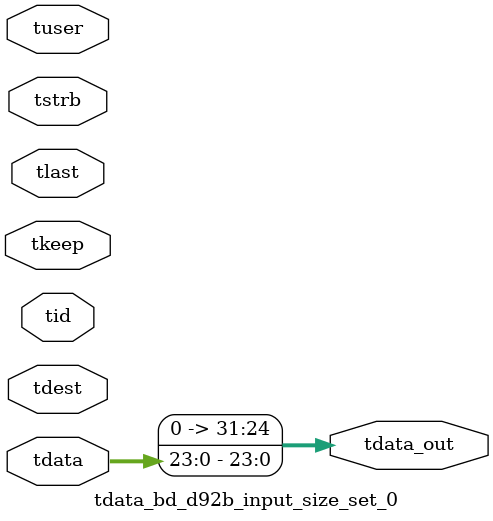
<source format=v>


`timescale 1ps/1ps

module tdata_bd_d92b_input_size_set_0 #
(
parameter C_S_AXIS_TDATA_WIDTH = 32,
parameter C_S_AXIS_TUSER_WIDTH = 0,
parameter C_S_AXIS_TID_WIDTH   = 0,
parameter C_S_AXIS_TDEST_WIDTH = 0,
parameter C_M_AXIS_TDATA_WIDTH = 32
)
(
input  [(C_S_AXIS_TDATA_WIDTH == 0 ? 1 : C_S_AXIS_TDATA_WIDTH)-1:0     ] tdata,
input  [(C_S_AXIS_TUSER_WIDTH == 0 ? 1 : C_S_AXIS_TUSER_WIDTH)-1:0     ] tuser,
input  [(C_S_AXIS_TID_WIDTH   == 0 ? 1 : C_S_AXIS_TID_WIDTH)-1:0       ] tid,
input  [(C_S_AXIS_TDEST_WIDTH == 0 ? 1 : C_S_AXIS_TDEST_WIDTH)-1:0     ] tdest,
input  [(C_S_AXIS_TDATA_WIDTH/8)-1:0 ] tkeep,
input  [(C_S_AXIS_TDATA_WIDTH/8)-1:0 ] tstrb,
input                                                                    tlast,
output [C_M_AXIS_TDATA_WIDTH-1:0] tdata_out
);

assign tdata_out = {tdata[23:0]};

endmodule


</source>
